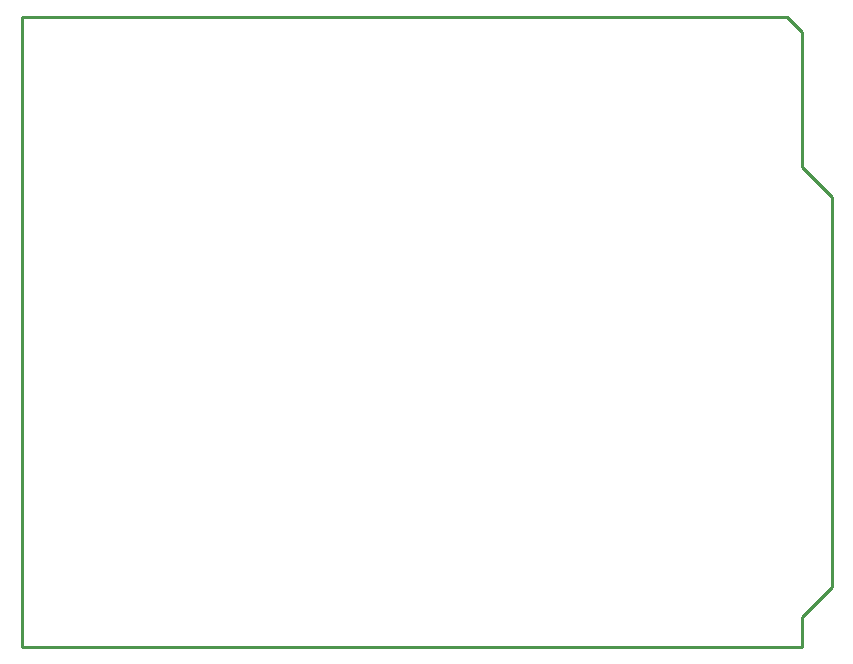
<source format=gbr>
G04 EAGLE Gerber RS-274X export*
G75*
%MOMM*%
%FSLAX34Y34*%
%LPD*%
%IN*%
%IPPOS*%
%AMOC8*
5,1,8,0,0,1.08239X$1,22.5*%
G01*
%ADD10C,0.254000*%


D10*
X25400Y12700D02*
X685800Y12700D01*
X685800Y38100D01*
X711200Y63500D01*
X711200Y393700D01*
X685800Y419100D01*
X685800Y533400D01*
X673100Y546100D01*
X25400Y546100D01*
X25400Y12700D01*
M02*

</source>
